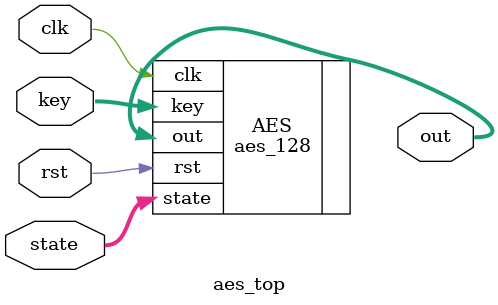
<source format=v>
`timescale 1ns / 1ps
module aes_top ( 
		 input clk, 
		 input rst, 
		 input [127:0] state, 
		 input [127:0] key, 
		 output [127:0] out
    ); 
	
	// Instantiation of AES encryption module
	aes_128 AES (.clk(clk), .rst(rst), .state(state), .key(key), .out(out)); 
 
endmodule 
</source>
